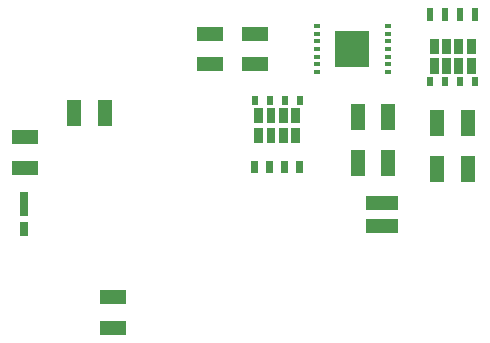
<source format=gtp>
G04*
G04 #@! TF.GenerationSoftware,Altium Limited,Altium Designer,20.0.2 (26)*
G04*
G04 Layer_Color=8421504*
%FSLAX44Y44*%
%MOMM*%
G71*
G01*
G75*
%ADD15R,2.2000X1.2000*%
%ADD16R,1.2000X2.2000*%
%ADD17R,2.7500X1.2000*%
%ADD18R,0.8000X2.0000*%
%ADD19R,0.8000X1.2000*%
%ADD20R,3.0000X3.1000*%
%ADD21R,0.6000X0.3950*%
G36*
X231410Y169560D02*
Y158840D01*
X225790D01*
Y169560D01*
X231410D01*
D02*
G37*
G36*
X244110D02*
Y158840D01*
X238490D01*
Y169560D01*
X244110D01*
D02*
G37*
G36*
X235690Y197740D02*
Y184800D01*
X228230D01*
Y197740D01*
X235690D01*
D02*
G37*
G36*
X246150D02*
Y184800D01*
X238690D01*
Y197740D01*
X246150D01*
D02*
G37*
G36*
X256810Y169560D02*
Y158840D01*
X251190D01*
Y169560D01*
X256810D01*
D02*
G37*
G36*
X269510D02*
Y158840D01*
X263890D01*
Y169560D01*
X269510D01*
D02*
G37*
G36*
X256610Y197740D02*
Y184800D01*
X249150D01*
Y197740D01*
X256610D01*
D02*
G37*
G36*
X267070D02*
Y184800D01*
X259610D01*
Y197740D01*
X267070D01*
D02*
G37*
G36*
X235690Y214180D02*
Y201240D01*
X228230D01*
Y214180D01*
X235690D01*
D02*
G37*
G36*
X246150D02*
Y201240D01*
X238690D01*
Y214180D01*
X246150D01*
D02*
G37*
G36*
X231140Y224700D02*
Y217040D01*
X226060D01*
Y224700D01*
X231140D01*
D02*
G37*
G36*
X243840D02*
Y217040D01*
X238760D01*
Y224700D01*
X243840D01*
D02*
G37*
G36*
X256610Y214180D02*
Y201240D01*
X249150D01*
Y214180D01*
X256610D01*
D02*
G37*
G36*
X267070D02*
Y201240D01*
X259610D01*
Y214180D01*
X267070D01*
D02*
G37*
G36*
X256540Y224700D02*
Y217040D01*
X251460D01*
Y224700D01*
X256540D01*
D02*
G37*
G36*
X269240D02*
Y217040D01*
X264160D01*
Y224700D01*
X269240D01*
D02*
G37*
G36*
X374650Y232740D02*
Y240400D01*
X379730D01*
Y232740D01*
X374650D01*
D02*
G37*
G36*
X387350D02*
Y240400D01*
X392430D01*
Y232740D01*
X387350D01*
D02*
G37*
G36*
X376820Y243260D02*
Y256200D01*
X384280D01*
Y243260D01*
X376820D01*
D02*
G37*
G36*
X387280D02*
Y256200D01*
X394740D01*
Y243260D01*
X387280D01*
D02*
G37*
G36*
X400050Y232740D02*
Y240400D01*
X405130D01*
Y232740D01*
X400050D01*
D02*
G37*
G36*
X412750D02*
Y240400D01*
X417830D01*
Y232740D01*
X412750D01*
D02*
G37*
G36*
X397740Y243260D02*
Y256200D01*
X405200D01*
Y243260D01*
X397740D01*
D02*
G37*
G36*
X408200D02*
Y256200D01*
X415660D01*
Y243260D01*
X408200D01*
D02*
G37*
G36*
X376820Y259700D02*
Y272640D01*
X384280D01*
Y259700D01*
X376820D01*
D02*
G37*
G36*
X387280D02*
Y272640D01*
X394740D01*
Y259700D01*
X387280D01*
D02*
G37*
G36*
X374380Y287880D02*
Y298600D01*
X380000D01*
Y287880D01*
X374380D01*
D02*
G37*
G36*
X387080D02*
Y298600D01*
X392700D01*
Y287880D01*
X387080D01*
D02*
G37*
G36*
X397740Y259700D02*
Y272640D01*
X405200D01*
Y259700D01*
X397740D01*
D02*
G37*
G36*
X408200D02*
Y272640D01*
X415660D01*
Y259700D01*
X408200D01*
D02*
G37*
G36*
X399780Y287880D02*
Y298600D01*
X405400D01*
Y287880D01*
X399780D01*
D02*
G37*
G36*
X412480D02*
Y298600D01*
X418100D01*
Y287880D01*
X412480D01*
D02*
G37*
D15*
X33900Y163400D02*
D03*
Y189400D02*
D03*
X190500Y251160D02*
D03*
Y277160D02*
D03*
X109000Y54200D02*
D03*
Y28200D02*
D03*
X228600Y251160D02*
D03*
Y277160D02*
D03*
D16*
X341930Y207010D02*
D03*
X315930D02*
D03*
X383240Y201930D02*
D03*
X409240D02*
D03*
X383240Y162560D02*
D03*
X409240D02*
D03*
X102000Y210000D02*
D03*
X76000D02*
D03*
X341930Y167640D02*
D03*
X315930D02*
D03*
D17*
X336600Y134200D02*
D03*
Y114200D02*
D03*
D18*
X33600Y133350D02*
D03*
D19*
Y111850D02*
D03*
D20*
X311150Y264160D02*
D03*
D21*
X281150Y244660D02*
D03*
Y251160D02*
D03*
Y257660D02*
D03*
Y264160D02*
D03*
Y270660D02*
D03*
Y277160D02*
D03*
Y283660D02*
D03*
X341150Y244660D02*
D03*
Y251160D02*
D03*
Y257660D02*
D03*
Y264160D02*
D03*
Y270660D02*
D03*
Y277160D02*
D03*
Y283660D02*
D03*
M02*

</source>
